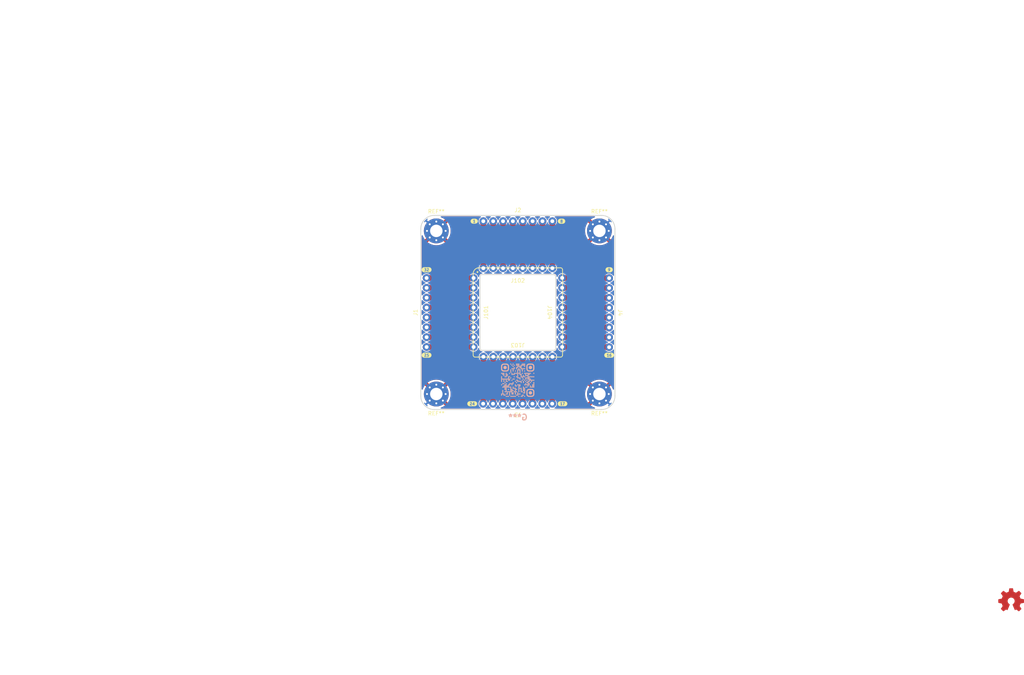
<source format=kicad_pcb>
(kicad_pcb (version 20240108) (generator "pcbnew") (generator_version "8.0")
  (title_block (title "EPS Module BoB v1") (date "2025-02-06") (rev "1") (company "Butter Robotics") (comment 1 "Benny Megidish") (comment 2 "CC BY-SA 4.0") (comment 3 "https://buttertobotics.com"))
  (layers (0 "F.Cu" mixed) (31 "B.Cu" power) (34 "B.Paste" user) (35 "F.Paste" user) (36 "B.SilkS" user "B.Silkscreen") (37 "F.SilkS" user "F.Silkscreen") (38 "B.Mask" user) (39 "F.Mask" user) (44 "Edge.Cuts" user))
  (net 0 "")
  (net 1 "Net-(J1-Pin_8)")
  (net 2 "Net-(J1-Pin_7)")
  (net 3 "Net-(J1-Pin_6)")
  (net 4 "Net-(J1-Pin_4)")
  (net 5 "Net-(J1-Pin_3)")
  (net 6 "Net-(J1-Pin_1)")
  (net 7 "Net-(J1-Pin_5)")
  (net 8 "Net-(J1-Pin_2)")
  (net 9 "Net-(J102-Pin_2)")
  (net 10 "Net-(J102-Pin_3)")
  (net 11 "Net-(J102-Pin_8)")
  (net 12 "Net-(J102-Pin_7)")
  (net 13 "Net-(J102-Pin_6)")
  (net 14 "Net-(J102-Pin_1)")
  (net 15 "Net-(J102-Pin_4)")
  (net 16 "Net-(J102-Pin_5)")
  (net 17 "Net-(J103-Pin_7)")
  (net 18 "Net-(J103-Pin_5)")
  (net 19 "Net-(J103-Pin_4)")
  (net 20 "Net-(J103-Pin_2)")
  (net 21 "Net-(J103-Pin_1)")
  (net 22 "Net-(J103-Pin_8)")
  (net 23 "Net-(J103-Pin_3)")
  (net 24 "Net-(J103-Pin_6)")
  (net 25 "Net-(J104-Pin_7)")
  (net 26 "Net-(J104-Pin_3)")
  (net 27 "Net-(J104-Pin_5)")
  (net 28 "Net-(J104-Pin_8)")
  (net 29 "Net-(J104-Pin_2)")
  (net 30 "Net-(J104-Pin_6)")
  (net 31 "Net-(J104-Pin_4)")
  (net 32 "Net-(J104-Pin_1)")
  (net 33 "GND")
  (footprint "kibuzzard-67A4A979" (layer "F.Cu") (at 161.5 123.5)
    (property "Reference" "kibuzzard-67A4A979" (hide yes))
    (property "Value" "G***" (hide yes))
  )
  (footprint "kibuzzard-67A4A9A0" (layer "F.Cu") (at 126.5 111)
    (property "Reference" "kibuzzard-67A4A9A0" (hide yes))
    (property "Value" "G***" (hide yes))
  )
  (footprint "bac-eps-v1:bac-eps-v1-module-8P-pad-row" (layer "F.Cu") (at 150 88.6)
    (property "Reference" "J102" (at -0.01 3.2 0) (layer "F.SilkS"))
    (property "Value" "Conn_01x08_Socket")
    (pad "1" thru_hole circle (at -8.9 0) (size 2 2) (drill 1) (property pad_prop_castellated) (layers "*.Cu" "*.Mask") (net 14 "Net-(J102-Pin_1)"))
    (pad "2" thru_hole circle (at -6.36 0) (size 2 2) (drill 1) (property pad_prop_castellated) (layers "*.Cu" "*.Mask") (net 9 "Net-(J102-Pin_2)"))
    (pad "3" thru_hole circle (at -3.82 0) (size 2 2) (drill 1) (property pad_prop_castellated) (layers "*.Cu" "*.Mask") (net 10 "Net-(J102-Pin_3)"))
    (pad "4" thru_hole circle (at -1.28 0) (size 2 2) (drill 1) (property pad_prop_castellated) (layers "*.Cu" "*.Mask") (net 15 "Net-(J102-Pin_4)"))
    (pad "5" thru_hole circle (at 1.26 0) (size 2 2) (drill 1) (property pad_prop_castellated) (layers "*.Cu" "*.Mask") (net 16 "Net-(J102-Pin_5)"))
    (pad "6" thru_hole circle (at 3.8 0) (size 2 2) (drill 1) (property pad_prop_castellated) (layers "*.Cu" "*.Mask") (net 13 "Net-(J102-Pin_6)"))
    (pad "7" thru_hole circle (at 6.34 0) (size 2 2) (drill 1) (property pad_prop_castellated) (layers "*.Cu" "*.Mask") (net 12 "Net-(J102-Pin_7)"))
    (pad "8" thru_hole circle (at 8.88 0) (size 2 2) (drill 1) (property pad_prop_castellated) (layers "*.Cu" "*.Mask") (net 11 "Net-(J102-Pin_8)"))
  )
  (footprint "bac-eps-v1:bac-eps-v1-module-8P-pad-row" (layer "F.Cu") (at 173.5 100.06 -90)
    (property "Reference" "J4" (at -0.01 -2.843375 -90) (layer "F.SilkS"))
    (property "Value" "Conn_01x08_Socket")
    (pad "1" thru_hole circle (at -8.9 0 270) (size 2 2) (drill 1) (property pad_prop_castellated) (layers "*.Cu" "*.Mask") (net 32 "Net-(J104-Pin_1)"))
    (pad "2" thru_hole circle (at -6.36 0 270) (size 2 2) (drill 1) (property pad_prop_castellated) (layers "*.Cu" "*.Mask") (net 29 "Net-(J104-Pin_2)"))
    (pad "3" thru_hole circle (at -3.82 0 270) (size 2 2) (drill 1) (property pad_prop_castellated) (layers "*.Cu" "*.Mask") (net 26 "Net-(J104-Pin_3)"))
    (pad "4" thru_hole circle (at -1.28 0 270) (size 2 2) (drill 1) (property pad_prop_castellated) (layers "*.Cu" "*.Mask") (net 31 "Net-(J104-Pin_4)"))
    (pad "5" thru_hole circle (at 1.26 0 270) (size 2 2) (drill 1) (property pad_prop_castellated) (layers "*.Cu" "*.Mask") (net 27 "Net-(J104-Pin_5)"))
    (pad "6" thru_hole circle (at 3.8 0 270) (size 2 2) (drill 1) (property pad_prop_castellated) (layers "*.Cu" "*.Mask") (net 30 "Net-(J104-Pin_6)"))
    (pad "7" thru_hole circle (at 6.34 0 270) (size 2 2) (drill 1) (property pad_prop_castellated) (layers "*.Cu" "*.Mask") (net 25 "Net-(J104-Pin_7)"))
    (pad "8" thru_hole circle (at 8.88 0 270) (size 2 2) (drill 1) (property pad_prop_castellated) (layers "*.Cu" "*.Mask") (net 28 "Net-(J104-Pin_8)"))
  )
  (footprint "Symbol:OSHW-Symbol_6.7x6mm_Copper" (layer "F.Cu") (at 277 174)
    (property "Reference" "REF**" (hide yes))
    (property "Value" "OSHW-Symbol_6.7x6mm_Copper" (hide yes))
    (fp_poly (pts (xy 0.555814 -2.531069) (xy 0.639635 -2.086445) (xy 0.94892 -1.958947) (xy 1.258206 -1.831449) (xy 1.629246 -2.083754) (xy 1.733157 -2.154004) (xy 1.827087 -2.216728) (xy 1.906652 -2.269062) (xy 1.96747 -2.308143) (xy 2.005157 -2.331107) (xy 2.015421 -2.336058) (xy 2.03391 -2.323324) (xy 2.07342 -2.288118) (xy 2.129522 -2.234938) (xy 2.197787 -2.168282) (xy 2.273786 -2.092646) (xy 2.353092 -2.012528) (xy 2.431275 -1.932426) (xy 2.503907 -1.856836) (xy 2.566559 -1.790255) (xy 2.614803 -1.737182) (xy 2.64421 -1.702113) (xy 2.651241 -1.690377) (xy 2.641123 -1.66874) (xy 2.612759 -1.621338) (xy 2.569129 -1.552807) (xy 2.513218 -1.467785) (xy 2.448006 -1.370907) (xy 2.410219 -1.31565) (xy 2.341343 -1.214752) (xy 2.28014 -1.123701) (xy 2.229578 -1.04703) (xy 2.192628 -0.989272) (xy 2.172258 -0.954957) (xy 2.169197 -0.947746) (xy 2.176136 -0.927252) (xy 2.195051 -0.879487) (xy 2.223087 -0.811168) (xy 2.257391 -0.729011) (xy 2.295109 -0.63973) (xy 2.333387 -0.550042) (xy 2.36937 -0.466662) (xy 2.400206 -0.396306) (xy 2.423039 -0.34569) (xy 2.435017 -0.321529) (xy 2.435724 -0.320578) (xy 2.454531 -0.315964) (xy 2.504618 -0.305672) (xy 2.580793 -0.290713) (xy 2.677865 -0.272099) (xy 2.790643 -0.250841) (xy 2.856442 -0.238582) (xy 2.97695 -0.215638) (xy 3.085797 -0.193805) (xy 3.177476 -0.174278) (xy 3.246481 -0.158252) (xy 3.287304 -0.146921) (xy 3.295511 -0.143326) (xy 3.303548 -0.118994) (xy 3.310033 -0.064041) (xy 3.31497 0.015108) (xy 3.318364 0.112026) (xy 3.320218 0.220287) (xy 3.320538 0.333465) (xy 3.319327 0.445135) (xy 3.31659 0.548868) (xy 3.312331 0.638241) (xy 3.306555 0.706826) (xy 3.299267 0.748197) (xy 3.294895 0.75681) (xy 3.268764 0.767133) (xy 3.213393 0.781892) (xy 3.136107 0.799352) (xy 3.04423 0.81778) (xy 3.012158 0.823741) (xy 2.857524 0.852066) (xy 2.735375 0.874876) (xy 2.641673 0.89308) (xy 2.572384 0.907583) (xy 2.523471 0.919292) (xy 2.490897 0.929115) (xy 2.470628 0.937956) (xy 2.458626 0.946724) (xy 2.456947 0.948457) (xy 2.440184 0.976371) (xy 2.414614 1.030695) (xy 2.382788 1.104777) (xy 2.34726 1.191965) (xy 2.310583 1.285608) (xy 2.275311 1.379052) (xy 2.243996 1.465647) (xy 2.219193 1.53874) (xy 2.203454 1.591678) (xy 2.199332 1.617811) (xy 2.199676 1.618726) (xy 2.213641 1.640086) (xy 2.245322 1.687084) (xy 2.291391 1.754827) (xy 2.348518 1.838423) (xy 2.413373 1.932982) (xy 2.431843 1.959854) (xy 2.497699 2.057275) (xy 2.55565 2.146163) (xy 2.602538 2.221412) (xy 2.635207 2.27792) (xy 2.6505 2.310581) (xy 2.651241 2.314593) (xy 2.638392 2.335684) (xy 2.602888 2.377464) (xy 2.549293 2.435445) (xy 2.482171 2.505135) (xy 2.406087 2.582045) (xy 2.325604 2.661683) (xy 2.245287 2.739561) (xy 2.169699 2.811186) (xy 2.103405 2.87207) (xy 2.050969 2.917721) (xy 2.016955 2.94365) (xy 2.007545 2.947883) (xy 1.985643 2.937912) (xy 1.9408 2.91102) (xy 1.880321 2.871736) (xy 1.833789 2.840117) (xy 1.749475 2.782098) (xy 1.649626 2.713784) (xy 1.549473 2.645579) (xy 1.495627 2.609075) (xy 1.313371 2.4858) (xy 1.160381 2.56852) (xy 1.090682 2.604759) (xy 1.031414 2.632926) (xy 0.991311 2.648991) (xy 0.981103 2.651226) (xy 0.968829 2.634722) (xy 0.944613 2.588082) (xy 0.910263 2.515609) (xy 0.867588 2.421606) (xy 0.818394 2.310374) (xy 0.76449 2.186215) (xy 0.707684 2.053432) (xy 0.649782 1.916327) (xy 0.592593 1.779202) (xy 0.537924 1.646358) (xy 0.487584 1.522098) (xy 0.44338 1.410725) (xy 0.407119 1.316539) (xy 0.380609 1.243844) (xy 0.365658 1.196941) (xy 0.363254 1.180833) (xy 0.382311 1.160286) (xy 0.424036 1.126933) (xy 0.479706 1.087702) (xy 0.484378 1.084599) (xy 0.628264 0.969423) (xy 0.744283 0.835053) (xy 0.83143 0.685784) (xy 0.888699 0.525913) (xy 0.915086 0.359737) (xy 0.909585 0.191552) (xy 0.87119 0.025655) (xy 0.798895 -0.133658) (xy 0.777626 -0.168513) (xy 0.666996 -0.309263) (xy 0.536302 -0.422286) (xy 0.390064 -0.506997) (xy 0.232808 -0.562806) (xy 0.069057 -0.589126) (xy -0.096667 -0.58537) (xy -0.259838 -0.55095) (xy -0.415935 -0.485277) (xy -0.560433 -0.387765) (xy -0.605131 -0.348187) (xy -0.718888 -0.224297) (xy -0.801782 -0.093876) (xy -0.858644 0.052315) (xy -0.890313 0.197088) (xy -0.898131 0.35986) (xy -0.872062 0.52344) (xy -0.814755 0.682298) (xy -0.728856 0.830906) (xy -0.617014 0.963735) (xy -0.481877 1.075256) (xy -0.464117 1.087011) (xy -0.40785 1.125508) (xy -0.365077 1.158863) (xy -0.344628 1.18016) (xy -0.344331 1.180833) (xy -0.348721 1.203871) (xy -0.366124 1.256157) (xy -0.394732 1.33339) (xy -0.432735 1.431268) (xy -0.478326 1.545491) (xy -0.529697 1.671758) (xy -0.585038 1.805767) (xy -0.642542 1.943218) (xy -0.700399 2.079808) (xy -0.756802 2.211237) (xy -0.809942 2.333205) (xy -0.85801 2.441409) (xy -0.899199 2.531549) (xy -0.931699 2.599323) (xy -0.953703 2.64043) (xy -0.962564 2.651226) (xy -0.98964 2.642819) (xy -1.040303 2.620272) (xy -1.105817 2.587613) (xy -1.141841 2.56852) (xy -1.294832 2.4858) (xy -1.477088 2.609075) (xy -1.570125 2.672228) (xy -1.671985 2.741727) (xy -1.767438 2.807165) (xy -1.81525 2.840117) (xy -1.882495 2.885273) (xy -1.939436 2.921057) (xy -1.978646 2.942938) (xy -1.991381 2.947563) (xy -2.009917 2.935085) (xy -2.050941 2.900252) (xy -2.110475 2.846678) (xy -2.184542 2.777983) (xy -2.269165 2.697781) (xy -2.322685 2.646286) (xy -2.416319 2.554286) (xy -2.497241 2.471999) (xy -2.562177 2.402945) (xy -2.607858 2.350644) (xy -2.631011 2.318616) (xy -2.633232 2.312116) (xy -2.622924 2.287394) (xy -2.594439 2.237405) (xy -2.550937 2.167212) (xy -2.495577 2.081875) (xy -2.43152 1.986456) (xy -2.413303 1.959854) (xy -2.346927 1.863167) (xy -2.287378 1.776117) (xy -2.237984 1.703595) (xy -2.202075 1.650493) (xy -2.182981 1.621703) (xy -2.181136 1.618726) (xy -2.183895 1.595782) (xy -2.198538 1.545336) (xy -2.222513 1.474041) (xy -2.253266 1.388547) (xy -2.288244 1.295507) (xy -2.324893 1.201574) (xy -2.360661 1.113399) (xy -2.392994 1.037634) (xy -2.419338 0.980931) (xy -2.437142 0.949943) (xy -2.438407 0.948457) (xy -2.449294 0.939601) (xy -2.467682 0.930843) (xy -2.497606 0.921277) (xy -2.543103 0.909996) (xy -2.608209 0.896093) (xy -2.696961 0.878663) (xy -2.813393 0.856798) (xy -2.961542 0.829591) (xy -2.993618 0.823741) (xy -3.088686 0.805374) (xy -3.171565 0.787405) (xy -3.23493 0.771569) (xy -3.271458 0.7596) (xy -3.276356 0.75681) (xy -3.284427 0.732072) (xy -3.290987 0.67679) (xy -3.296033 0.597389) (xy -3.299559 0.500296) (xy -3.301561 0.391938) (xy -3.302036 0.27874) (xy -3.300977 0.167128) (xy -3.298382 0.063529) (xy -3.294246 -0.025632) (xy -3.288563 -0.093928) (xy -3.281331 -0.134934) (xy -3.276971 -0.143326) (xy -3.252698 -0.151792) (xy -3.197426 -0.165565) (xy -3.116662 -0.18345) (xy -3.015912 -0.204252) (xy -2.900683 -0.226777) (xy -2.837902 -0.238582) (xy -2.718787 -0.260849) (xy -2.612565 -0.281021) (xy -2.524427 -0.298085) (xy -2.459566 -0.311031) (xy -2.423174 -0.318845) (xy -2.417184 -0.320578) (xy -2.407061 -0.34011) (xy -2.385662 -0.387157) (xy -2.355839 -0.454997) (xy -2.320445 -0.536909) (xy -2.282332 -0.626172) (xy -2.244353 -0.716065) (xy -2.20936 -0.799865) (xy -2.180206 -0.870853) (xy -2.159743 -0.922306) (xy -2.150823 -0.947503) (xy -2.150657 -0.948604) (xy -2.160769 -0.968481) (xy -2.189117 -1.014223) (xy -2.232723 -1.081283) (xy -2.288606 -1.165116) (xy -2.353787 -1.261174) (xy -2.391679 -1.31635) (xy -2.460725 -1.417519) (xy -2.52205 -1.50937) (xy -2.572663 -1.587256) (xy -2.609571 -1.646531) (xy -2.629782 -1.682549) (xy -2.632701 -1.690623) (xy -2.620153 -1.709416) (xy -2.585463 -1.749543) (xy -2.533063 -1.806507) (xy -2.467384 -1.875815) (xy -2.392856 -1.952969) (xy -2.313913 -2.033475) (xy -2.234983 -2.112837) (xy -2.1605 -2.18656) (xy -2.094894 -2.250148) (xy -2.042596 -2.299106) (xy -2.008039 -2.328939) (xy -1.996478 -2.336058) (xy -1.977654 -2.326047) (xy -1.932631 -2.297922) (xy -1.865787 -2.254546) (xy -1.781499 -2.198782) (xy -1.684144 -2.133494) (xy -1.610707 -2.083754) (xy -1.239667 -1.831449) (xy -0.621095 -2.086445) (xy -0.537275 -2.531069) (xy -0.453454 -2.975693) (xy 0.471994 -2.975693) (xy 0.555814 -2.531069)) (stroke (width 0.01)) (fill solid) (layer "F.Cu"))
  )
  (footprint "MountingHole:MountingHole_3.2mm_M3_Pad_Via" (layer "F.Cu") (at 171 79)
    (property "Reference" "REF**" (at 0 -5 0) (layer "F.SilkS"))
    (property "Value" "MountingHole_3.2mm_M3_Pad_Via")
    (pad "1" thru_hole circle (at -2.4 0) (size 0.8 0.8) (drill 0.5) (layers "*.Cu" "*.Mask"))
    (pad "1" thru_hole circle (at -1.697056 -1.697056) (size 0.8 0.8) (drill 0.5) (layers "*.Cu" "*.Mask"))
    (pad "1" thru_hole circle (at -1.697056 1.697056) (size 0.8 0.8) (drill 0.5) (layers "*.Cu" "*.Mask"))
    (pad "1" thru_hole circle (at 0 -2.4) (size 0.8 0.8) (drill 0.5) (layers "*.Cu" "*.Mask"))
    (pad "1" thru_hole circle (at 0 0) (size 6.4 6.4) (drill 3.2) (layers "*.Cu" "*.Mask") (net 33 "GND"))
    (pad "1" thru_hole circle (at 0 2.4) (size 0.8 0.8) (drill 0.5) (layers "*.Cu" "*.Mask") (net 33 "GND"))
    (pad "1" thru_hole circle (at 1.697056 -1.697056) (size 0.8 0.8) (drill 0.5) (layers "*.Cu" "*.Mask") (net 33 "GND"))
    (pad "1" thru_hole circle (at 1.697056 1.697056) (size 0.8 0.8) (drill 0.5) (layers "*.Cu" "*.Mask") (net 33 "GND"))
    (pad "1" thru_hole circle (at 2.4 0) (size 0.8 0.8) (drill 0.5) (layers "*.Cu" "*.Mask") (net 33 "GND"))
  )
  (footprint "bac-eps-v1:bac-eps-v1-module-8P-pad-row" (layer "F.Cu") (at 149.94 123.5 180)
    (property "Reference" "J3" (at -0.01 -2.843375 180) (layer "F.SilkS"))
    (property "Value" "Conn_01x08_Socket")
    (pad "1" thru_hole circle (at -8.9 0 180) (size 2 2) (drill 1) (property pad_prop_castellated) (layers "*.Cu" "*.Mask") (net 21 "Net-(J103-Pin_1)"))
    (pad "2" thru_hole circle (at -6.36 0 180) (size 2 2) (drill 1) (property pad_prop_castellated) (layers "*.Cu" "*.Mask") (net 20 "Net-(J103-Pin_2)"))
    (pad "3" thru_hole circle (at -3.82 0 180) (size 2 2) (drill 1) (property pad_prop_castellated) (layers "*.Cu" "*.Mask") (net 23 "Net-(J103-Pin_3)"))
    (pad "4" thru_hole circle (at -1.28 0 180) (size 2 2) (drill 1) (property pad_prop_castellated) (layers "*.Cu" "*.Mask") (net 19 "Net-(J103-Pin_4)"))
    (pad "5" thru_hole circle (at 1.26 0 180) (size 2 2) (drill 1) (property pad_prop_castellated) (layers "*.Cu" "*.Mask") (net 18 "Net-(J103-Pin_5)"))
    (pad "6" thru_hole circle (at 3.8 0 180) (size 2 2) (drill 1) (property pad_prop_castellated) (layers "*.Cu" "*.Mask") (net 24 "Net-(J103-Pin_6)"))
    (pad "7" thru_hole circle (at 6.34 0 180) (size 2 2) (drill 1) (property pad_prop_castellated) (layers "*.Cu" "*.Mask") (net 17 "Net-(J103-Pin_7)"))
    (pad "8" thru_hole circle (at 8.88 0 180) (size 2 2) (drill 1) (property pad_prop_castellated) (layers "*.Cu" "*.Mask") (net 22 "Net-(J103-Pin_8)"))
  )
  (footprint "kibuzzard-67A4A95C" (layer "F.Cu") (at 173.5 89)
    (property "Reference" "kibuzzard-67A4A95C" (hide yes))
    (property "Value" "G***" (hide yes))
  )
  (footprint "MountingHole:MountingHole_3.2mm_M3_Pad_Via" (layer "F.Cu") (at 171 121)
    (property "Reference" "REF**" (at 0 5 0) (layer "F.SilkS"))
    (property "Value" "MountingHole_3.2mm_M3_Pad_Via")
    (pad "1" thru_hole circle (at -2.4 0) (size 0.8 0.8) (drill 0.5) (layers "*.Cu" "*.Mask"))
    (pad "1" thru_hole circle (at -1.697056 -1.697056) (size 0.8 0.8) (drill 0.5) (layers "*.Cu" "*.Mask"))
    (pad "1" thru_hole circle (at -1.697056 1.697056) (size 0.8 0.8) (drill 0.5) (layers "*.Cu" "*.Mask"))
    (pad "1" thru_hole circle (at 0 -2.4) (size 0.8 0.8) (drill 0.5) (layers "*.Cu" "*.Mask"))
    (pad "1" thru_hole circle (at 0 0) (size 6.4 6.4) (drill 3.2) (layers "*.Cu" "*.Mask") (net 33 "GND"))
    (pad "1" thru_hole circle (at 0 2.4) (size 0.8 0.8) (drill 0.5) (layers "*.Cu" "*.Mask") (net 33 "GND"))
    (pad "1" thru_hole circle (at 1.697056 -1.697056) (size 0.8 0.8) (drill 0.5) (layers "*.Cu" "*.Mask") (net 33 "GND"))
    (pad "1" thru_hole circle (at 1.697056 1.697056) (size 0.8 0.8) (drill 0.5) (layers "*.Cu" "*.Mask") (net 33 "GND"))
    (pad "1" thru_hole circle (at 2.4 0) (size 0.8 0.8) (drill 0.5) (layers "*.Cu" "*.Mask") (net 33 "GND"))
  )
  (footprint "bac-eps-v1:bac-eps-v1-module-8P-pad-row" (layer "F.Cu") (at 150 76.5)
    (property "Reference" "J2" (at -0.01 -2.843375 0) (layer "F.SilkS"))
    (property "Value" "Conn_01x08_Socket")
    (pad "1" thru_hole circle (at -8.9 0) (size 2 2) (drill 1) (property pad_prop_castellated) (layers "*.Cu" "*.Mask") (net 14 "Net-(J102-Pin_1)"))
    (pad "2" thru_hole circle (at -6.36 0) (size 2 2) (drill 1) (property pad_prop_castellated) (layers "*.Cu" "*.Mask") (net 9 "Net-(J102-Pin_2)"))
    (pad "3" thru_hole circle (at -3.82 0) (size 2 2) (drill 1) (property pad_prop_castellated) (layers "*.Cu" "*.Mask") (net 10 "Net-(J102-Pin_3)"))
    (pad "4" thru_hole circle (at -1.28 0) (size 2 2) (drill 1) (property pad_prop_castellated) (layers "*.Cu" "*.Mask") (net 15 "Net-(J102-Pin_4)"))
    (pad "5" thru_hole circle (at 1.26 0) (size 2 2) (drill 1) (property pad_prop_castellated) (layers "*.Cu" "*.Mask") (net 16 "Net-(J102-Pin_5)"))
    (pad "6" thru_hole circle (at 3.8 0) (size 2 2) (drill 1) (property pad_prop_castellated) (layers "*.Cu" "*.Mask") (net 13 "Net-(J102-Pin_6)"))
    (pad "7" thru_hole circle (at 6.34 0) (size 2 2) (drill 1) (property pad_prop_castellated) (layers "*.Cu" "*.Mask") (net 12 "Net-(J102-Pin_7)"))
    (pad "8" thru_hole circle (at 8.88 0) (size 2 2) (drill 1) (property pad_prop_castellated) (layers "*.Cu" "*.Mask") (net 11 "Net-(J102-Pin_8)"))
  )
  (footprint "kibuzzard-67A4A987" (layer "F.Cu") (at 138.25 123.5)
    (property "Reference" "kibuzzard-67A4A987" (hide yes))
    (property "Value" "G***" (hide yes))
  )
  (footprint "MountingHole:MountingHole_3.2mm_M3_Pad_Via" (layer "F.Cu") (at 129 79)
    (property "Reference" "REF**" (at 0 -5 0) (layer "F.SilkS"))
    (property "Value" "MountingHole_3.2mm_M3_Pad_Via")
    (pad "1" thru_hole circle (at -2.4 0) (size 0.8 0.8) (drill 0.5) (layers "*.Cu" "*.Mask"))
    (pad "1" thru_hole circle (at -1.697056 -1.697056) (size 0.8 0.8) (drill 0.5) (layers "*.Cu" "*.Mask"))
    (pad "1" thru_hole circle (at -1.697056 1.697056) (size 0.8 0.8) (drill 0.5) (layers "*.Cu" "*.Mask"))
    (pad "1" thru_hole circle (at 0 -2.4) (size 0.8 0.8) (drill 0.5) (layers "*.Cu" "*.Mask"))
    (pad "1" thru_hole circle (at 0 0) (size 6.4 6.4) (drill 3.2) (layers "*.Cu" "*.Mask") (net 33 "GND"))
    (pad "1" thru_hole circle (at 0 2.4) (size 0.8 0.8) (drill 0.5) (layers "*.Cu" "*.Mask") (net 33 "GND"))
    (pad "1" thru_hole circle (at 1.697056 -1.697056) (size 0.8 0.8) (drill 0.5) (layers "*.Cu" "*.Mask") (net 33 "GND"))
    (pad "1" thru_hole circle (at 1.697056 1.697056) (size 0.8 0.8) (drill 0.5) (layers "*.Cu" "*.Mask") (net 33 "GND"))
    (pad "1" thru_hole circle (at 2.4 0) (size 0.8 0.8) (drill 0.5) (layers "*.Cu" "*.Mask") (net 33 "GND"))
  )
  (footprint "bac-eps-v1:bac-eps-v1-module-8P-pad-row" (layer "F.Cu") (at 138.6 100 90)
    (property "Reference" "J101" (at 0 3.2 90) (layer "F.SilkS"))
    (property "Value" "Conn_01x08_Socket")
    (pad "1" thru_hole circle (at -8.9 0 90) (size 2 2) (drill 1) (property pad_prop_castellated) (layers "*.Cu" "*.Mask") (net 6 "Net-(J1-Pin_1)"))
    (pad "2" thru_hole circle (at -6.36 0 90) (size 2 2) (drill 1) (property pad_prop_castellated) (layers "*.Cu" "*.Mask") (net 8 "Net-(J1-Pin_2)"))
    (pad "3" thru_hole circle (at -3.82 0 90) (size 2 2) (drill 1) (property pad_prop_castellated) (layers "*.Cu" "*.Mask") (net 5 "Net-(J1-Pin_3)"))
    (pad "4" thru_hole circle (at -1.28 0 90) (size 2 2) (drill 1) (property pad_prop_castellated) (layers "*.Cu" "*.Mask") (net 4 "Net-(J1-Pin_4)"))
    (pad "5" thru_hole circle (at 1.26 0 90) (size 2 2) (drill 1) (property pad_prop_castellated) (layers "*.Cu" "*.Mask") (net 7 "Net-(J1-Pin_5)"))
    (pad "6" thru_hole circle (at 3.8 0 90) (size 2 2) (drill 1) (property pad_prop_castellated) (layers "*.Cu" "*.Mask") (net 3 "Net-(J1-Pin_6)"))
    (pad "7" thru_hole circle (at 6.34 0 90) (size 2 2) (drill 1) (property pad_prop_castellated) (layers "*.Cu" "*.Mask") (net 2 "Net-(J1-Pin_7)"))
    (pad "8" thru_hole circle (at 8.88 0 90) (size 2 2) (drill 1) (property pad_prop_castellated) (layers "*.Cu" "*.Mask") (net 1 "Net-(J1-Pin_8)"))
  )
  (footprint "MountingHole:MountingHole_3.2mm_M3_Pad_Via" (layer "F.Cu") (at 129 121)
    (property "Reference" "REF**" (at 0 5 0) (layer "F.SilkS"))
    (property "Value" "MountingHole_3.2mm_M3_Pad_Via")
    (pad "1" thru_hole circle (at -2.4 0) (size 0.8 0.8) (drill 0.5) (layers "*.Cu" "*.Mask"))
    (pad "1" thru_hole circle (at -1.697056 -1.697056) (size 0.8 0.8) (drill 0.5) (layers "*.Cu" "*.Mask"))
    (pad "1" thru_hole circle (at -1.697056 1.697056) (size 0.8 0.8) (drill 0.5) (layers "*.Cu" "*.Mask"))
    (pad "1" thru_hole circle (at 0 -2.4) (size 0.8 0.8) (drill 0.5) (layers "*.Cu" "*.Mask"))
    (pad "1" thru_hole circle (at 0 0) (size 6.4 6.4) (drill 3.2) (layers "*.Cu" "*.Mask") (net 33 "GND"))
    (pad "1" thru_hole circle (at 0 2.4) (size 0.8 0.8) (drill 0.5) (layers "*.Cu" "*.Mask") (net 33 "GND"))
    (pad "1" thru_hole circle (at 1.697056 -1.697056) (size 0.8 0.8) (drill 0.5) (layers "*.Cu" "*.Mask") (net 33 "GND"))
    (pad "1" thru_hole circle (at 1.697056 1.697056) (size 0.8 0.8) (drill 0.5) (layers "*.Cu" "*.Mask") (net 33 "GND"))
    (pad "1" thru_hole circle (at 2.4 0) (size 0.8 0.8) (drill 0.5) (layers "*.Cu" "*.Mask") (net 33 "GND"))
  )
  (footprint "bac-eps-v1:bac-eps-v1-module-8P-pad-row" (layer "F.Cu") (at 150 111.4 180)
    (property "Reference" "J103" (at 0 3 180) (layer "F.SilkS"))
    (property "Value" "Conn_01x08_Socket")
    (pad "1" thru_hole circle (at -8.9 0 180) (size 2 2) (drill 1) (property pad_prop_castellated) (layers "*.Cu" "*.Mask") (net 21 "Net-(J103-Pin_1)"))
    (pad "2" thru_hole circle (at -6.36 0 180) (size 2 2) (drill 1) (property pad_prop_castellated) (layers "*.Cu" "*.Mask") (net 20 "Net-(J103-Pin_2)"))
    (pad "3" thru_hole circle (at -3.82 0 180) (size 2 2) (drill 1) (property pad_prop_castellated) (layers "*.Cu" "*.Mask") (net 23 "Net-(J103-Pin_3)"))
    (pad "4" thru_hole circle (at -1.28 0 180) (size 2 2) (drill 1) (property pad_prop_castellated) (layers "*.Cu" "*.Mask") (net 19 "Net-(J103-Pin_4)"))
    (pad "5" thru_hole circle (at 1.26 0 180) (size 2 2) (drill 1) (property pad_prop_castellated) (layers "*.Cu" "*.Mask") (net 18 "Net-(J103-Pin_5)"))
    (pad "6" thru_hole circle (at 3.8 0 180) (size 2 2) (drill 1) (property pad_prop_castellated) (layers "*.Cu" "*.Mask") (net 24 "Net-(J103-Pin_6)"))
    (pad "7" thru_hole circle (at 6.34 0 180) (size 2 2) (drill 1) (property pad_prop_castellated) (layers "*.Cu" "*.Mask") (net 17 "Net-(J103-Pin_7)"))
    (pad "8" thru_hole circle (at 8.88 0 180) (size 2 2) (drill 1) (property pad_prop_castellated) (layers "*.Cu" "*.Mask") (net 22 "Net-(J103-Pin_8)"))
  )
  (footprint "kibuzzard-67A4A9AB" (layer "F.Cu") (at 126.5 89)
    (property "Reference" "kibuzzard-67A4A9AB" (hide yes))
    (property "Value" "G***" (hide yes))
  )
  (footprint "kibuzzard-67A4A945" (layer "F.Cu") (at 161.25 76.5)
    (property "Reference" "kibuzzard-67A4A945" (hide yes))
    (property "Value" "G***" (hide yes))
  )
  (footprint "kibuzzard-67A4A96C" (layer "F.Cu") (at 173.5 111)
    (property "Reference" "kibuzzard-67A4A96C" (hide yes))
    (property "Value" "G***" (hide yes))
  )
  (footprint "bac-eps-v1:bac-eps-v1-module-8P-pad-row" (layer "F.Cu") (at 126.5 100 90)
    (property "Reference" "J1" (at -0.01 -2.843375 90) (layer "F.SilkS"))
    (property "Value" "Conn_01x08_Socket")
    (pad "1" thru_hole circle (at -8.9 0 90) (size 2 2) (drill 1) (property pad_prop_castellated) (layers "*.Cu" "*.Mask") (net 6 "Net-(J1-Pin_1)"))
    (pad "2" thru_hole circle (at -6.36 0 90) (size 2 2) (drill 1) (property pad_prop_castellated) (layers "*.Cu" "*.Mask") (net 8 "Net-(J1-Pin_2)"))
    (pad "3" thru_hole circle (at -3.82 0 90) (size 2 2) (drill 1) (property pad_prop_castellated) (layers "*.Cu" "*.Mask") (net 5 "Net-(J1-Pin_3)"))
    (pad "4" thru_hole circle (at -1.28 0 90) (size 2 2) (drill 1) (property pad_prop_castellated) (layers "*.Cu" "*.Mask") (net 4 "Net-(J1-Pin_4)"))
    (pad "5" thru_hole circle (at 1.26 0 90) (size 2 2) (drill 1) (property pad_prop_castellated) (layers "*.Cu" "*.Mask") (net 7 "Net-(J1-Pin_5)"))
    (pad "6" thru_hole circle (at 3.8 0 90) (size 2 2) (drill 1) (property pad_prop_castellated) (layers "*.Cu" "*.Mask") (net 3 "Net-(J1-Pin_6)"))
    (pad "7" thru_hole circle (at 6.34 0 90) (size 2 2) (drill 1) (property pad_prop_castellated) (layers "*.Cu" "*.Mask") (net 2 "Net-(J1-Pin_7)"))
    (pad "8" thru_hole circle (at 8.88 0 90) (size 2 2) (drill 1) (property pad_prop_castellated) (layers "*.Cu" "*.Mask") (net 1 "Net-(J1-Pin_8)"))
  )
  (footprint "bac-eps-v1:bac-eps-v1-module-8P-pad-row" (layer "F.Cu") (at 161.4 100 -90)
    (property "Reference" "J104" (at -0.01 3.2 -90) (layer "F.SilkS"))
    (property "Value" "Conn_01x08_Socket")
    (pad "1" thru_hole circle (at -8.9 0 270) (size 2 2) (drill 1) (property pad_prop_castellated) (layers "*.Cu" "*.Mask") (net 32 "Net-(J104-Pin_1)"))
    (pad "2" thru_hole circle (at -6.36 0 270) (size 2 2) (drill 1) (property pad_prop_castellated) (layers "*.Cu" "*.Mask") (net 29 "Net-(J104-Pin_2)"))
    (pad "3" thru_hole circle (at -3.82 0 270) (size 2 2) (drill 1) (property pad_prop_castellated) (layers "*.Cu" "*.Mask") (net 26 "Net-(J104-Pin_3)"))
    (pad "4" thru_hole circle (at -1.28 0 270) (size 2 2) (drill 1) (property pad_prop_castellated) (layers "*.Cu" "*.Mask") (net 31 "Net-(J104-Pin_4)"))
    (pad "5" thru_hole circle (at 1.26 0 270) (size 2 2) (drill 1) (property pad_prop_castellated) (layers "*.Cu" "*.Mask") (net 27 "Net-(J104-Pin_5)"))
    (pad "6" thru_hole circle (at 3.8 0 270) (size 2 2) (drill 1) (property pad_prop_castellated) (layers "*.Cu" "*.Mask") (net 30 "Net-(J104-Pin_6)"))
    (pad "7" thru_hole circle (at 6.34 0 270) (size 2 2) (drill 1) (property pad_prop_castellated) (layers "*.Cu" "*.Mask") (net 25 "Net-(J104-Pin_7)"))
    (pad "8" thru_hole circle (at 8.88 0 270) (size 2 2) (drill 1) (property pad_prop_castellated) (layers "*.Cu" "*.Mask") (net 28 "Net-(J104-Pin_8)"))
  )
  (footprint "kibuzzard-67A4A932" (layer "F.Cu") (at 138.75 76.5)
    (property "Reference" "kibuzzard-67A4A932" (hide yes))
    (property "Value" "G***" (hide yes))
  )
  (footprint "Lables:Butter QR" (layer "B.Cu") (at 150 117.4 180)
    (property "Reference" "G***" (at 0 -9.6 0) (layer "B.SilkS") (effects (font (size 1.5 1.5) (thickness 0.3)) (justify mirror)))
    (property "Value" "LOGO" (hide yes))
  )
  (gr_line (start 161 111.5) (end 139 111.5) (stroke (width 0.2)) (layer "F.SilkS"))
  (gr_arc (start 161 88.5) (mid 161.353553 88.646447) (end 161.5 89) (stroke (width 0.2)) (layer "F.SilkS"))
  (gr_arc (start 139 111.5) (mid 138.646447 111.353553) (end 138.5 111) (stroke (width 0.2)) (layer "F.SilkS"))
  (gr_arc (start 161.5 111) (mid 161.353553 111.353553) (end 161 111.5) (stroke (width 0.2)) (layer "F.SilkS"))
  (gr_arc (start 138.5 90) (mid 138.93934 88.93934) (end 140 88.5) (stroke (width 0.2)) (layer "F.SilkS"))
  (gr_line (start 140 88.5) (end 161 88.5) (stroke (width 0.2)) (layer "F.SilkS"))
  (gr_circle (center 139.6 89.6) (end 139.727475 89.6) (stroke (width 0.2)) (fill solid) (layer "F.SilkS"))
  (gr_line (start 161.5 89) (end 161.5 111) (stroke (width 0.2)) (layer "F.SilkS"))
  (gr_line (start 138.5 111) (end 138.5 90) (stroke (width 0.2)) (layer "F.SilkS"))
  (gr_arc (start 159.746447 109.246447) (mid 159.6 109.6) (end 159.246447 109.746447) (stroke (width 0.2)) (layer "Edge.Cuts"))
  (gr_line (start 159.246447 109.746447) (end 140.753553 109.746447) (stroke (width 0.2)) (layer "Edge.Cuts"))
  (gr_line (start 128.5 75) (end 171.5 75) (stroke (width 0.2)) (layer "Edge.Cuts"))
  (gr_arc (start 140.753553 109.746447) (mid 140.4 109.6) (end 140.253553 109.246447) (stroke (width 0.2)) (layer "Edge.Cuts"))
  (gr_arc (start 125 78.5) (mid 126.025126 76.025126) (end 128.5 75) (stroke (width 0.2)) (layer "Edge.Cuts"))
  (gr_line (start 175 78.5) (end 175 121.5) (stroke (width 0.2)) (layer "Edge.Cuts"))
  (gr_arc (start 128.5 125) (mid 126.025126 123.974874) (end 125 121.5) (stroke (width 0.2)) (layer "Edge.Cuts"))
  (gr_arc (start 171.5 75) (mid 173.974874 76.025126) (end 175 78.5) (stroke (width 0.2)) (layer "Edge.Cuts"))
  (gr_arc (start 175 121.5) (mid 173.974874 123.974874) (end 171.5 125) (stroke (width 0.2)) (layer "Edge.Cuts"))
  (gr_line (start 140.253553 109.246447) (end 140.253553 90.753553) (stroke (width 0.2)) (layer "Edge.Cuts"))
  (gr_arc (start 140.253553 90.753553) (mid 140.4 90.4) (end 140.753553 90.253553) (stroke (width 0.2)) (layer "Edge.Cuts"))
  (gr_line (start 159.746447 90.753553) (end 159.746447 109.246447) (stroke (width 0.2)) (layer "Edge.Cuts"))
  (gr_line (start 140.753553 90.253553) (end 159.246447 90.253553) (stroke (width 0.2)) (layer "Edge.Cuts"))
  (gr_arc (start 159.246447 90.253553) (mid 159.6 90.4) (end 159.746447 90.753553) (stroke (width 0.2)) (layer "Edge.Cuts"))
  (gr_line (start 125 121.5) (end 125 78.5) (stroke (width 0.2)) (layer "Edge.Cuts"))
  (gr_line (start 171.5 125) (end 128.5 125) (stroke (width 0.2)) (layer "Edge.Cuts"))
  (segment (start 138.6 91.12) (end 126.5 91.12) (width 0.5) (layer "F.Cu") (net 1))
  (segment (start 126.5 93.66) (end 138.6 93.66) (width 0.5) (layer "F.Cu") (net 2))
  (segment (start 126.5 96.2) (end 138.6 96.2) (width 0.5) (layer "F.Cu") (net 3))
  (segment (start 126.5 101.28) (end 138.6 101.28) (width 0.5) (layer "F.Cu") (net 4))
  (segment (start 138.6 103.82) (end 126.5 103.82) (width 0.5) (layer "F.Cu") (net 5))
  (segment (start 138.6 108.9) (end 126.5 108.9) (width 0.5) (layer "F.Cu") (net 6))
  (segment (start 138.6 98.74) (end 126.5 98.74) (width 0.5) (layer "F.Cu") (net 7))
  (segment (start 126.5 106.36) (end 138.6 106.36) (width 0.5) (layer "F.Cu") (net 8))
  (segment (start 143.64 88.6) (end 143.64 76.5) (width 0.5) (layer "F.Cu") (net 9))
  (segment (start 146.18 76.5) (end 146.18 88.6) (width 0.5) (layer "F.Cu") (net 10))
  (segment (start 158.88 88.6) (end 158.88 76.5) (width 0.5) (layer "F.Cu") (net 11))
  (segment (start 156.34 76.5) (end 156.34 88.6) (width 0.5) (layer "F.Cu") (net 12))
  (segment (start 153.8 88.6) (end 153.8 76.5) (width 0.5) (layer "F.Cu") (net 13))
  (segment (start 141.1 88.6) (end 141.1 76.5) (width 0.5) (layer "F.Cu") (net 14))
  (segment (start 148.72 88.6) (end 148.72 76.5) (width 0.5) (layer "F.Cu") (net 15))
  (segment (start 151.26 76.5) (end 151.26 88.6) (width 0.5) (layer "F.Cu") (net 16))
  (segment (start 143.6 111.46) (end 143.66 111.4) (width 0.5) (layer "F.Cu") (net 17))
  (segment (start 143.6 123.5) (end 143.6 111.46) (width 0.5) (layer "F.Cu") (net 17))
  (segment (start 148.68 123.5) (end 148.68 111.46) (width 0.5) (layer "F.Cu") (net 18))
  (segment (start 148.68 111.46) (end 148.74 111.4) (width 0.5) (layer "F.Cu") (net 18))
  (segment (start 151.28 111.4) (end 151.28 123.44) (width 0.5) (layer "F.Cu") (net 19))
  (segment (start 151.28 123.44) (end 151.22 123.5) (width 0.5) (layer "F.Cu") (net 19))
  (segment (start 156.36 123.44) (end 156.3 123.5) (width 0.5) (layer "F.Cu") (net 20))
  (segment (start 156.36 111.4) (end 156.36 123.44) (width 0.5) (layer "F.Cu") (net 20))
  (segment (start 158.84 123.5) (end 158.84 111.46) (width 0.5) (layer "F.Cu") (net 21))
  (segment (start 158.84 111.46) (end 158.9 111.4) (width 0.5) (layer "F.Cu") (net 21))
  (segment (start 141.12 111.4) (end 141.12 123.44) (width 0.5) (layer "F.Cu") (net 22))
  (segment (start 141.12 123.44) (end 141.06 123.5) (width 0.5) (layer "F.Cu") (net 22))
  (segment (start 153.76 123.5) (end 153.76 111.46) (width 0.5) (layer "F.Cu") (net 23))
  (segment (start 153.76 111.46) (end 153.82 111.4) (width 0.5) (layer "F.Cu") (net 23))
  (segment (start 146.2 123.44) (end 146.14 123.5) (width 0.5) (layer "F.Cu") (net 24))
  (segment (start 146.2 111.4) (end 146.2 123.44) (width 0.5) (layer "F.Cu") (net 24))
  (segment (start 161.46 106.4) (end 161.4 106.34) (width 0.5) (layer "F.Cu") (net 25))
  (segment (start 173.5 106.4) (end 161.46 106.4) (width 0.5) (layer "F.Cu") (net 25))
  (segment (start 173.5 96.24) (end 161.46 96.24) (width 0.5) (layer "F.Cu") (net 26))
  (segment (start 161.46 96.24) (end 161.4 96.18) (width 0.5) (layer "F.Cu") (net 26))
  (segment (start 173.5 101.32) (end 161.46 101.32) (width 0.5) (layer "F.Cu") (net 27))
  (segment (start 161.46 101.32) (end 161.4 101.26) (width 0.5) (layer "F.Cu") (net 27))
  (segment (start 161.4 108.88) (end 173.44 108.88) (width 0.5) (layer "F.Cu") (net 28))
  (segment (start 173.44 108.88) (end 173.5 108.94) (width 0.5) (layer "F.Cu") (net 28))
  (segment (start 161.4 93.64) (end 173.44 93.64) (width 0.5) (layer "F.Cu") (net 29))
  (segment (start 173.44 93.64) (end 173.5 93.7) (width 0.5) (layer "F.Cu") (net 29))
  (segment (start 173.44 103.8) (end 173.5 103.86) (width 0.5) (layer "F.Cu") (net 30))
  (segment (start 161.4 103.8) (end 173.44 103.8) (width 0.5) (layer "F.Cu") (net 30))
  (segment (start 161.4 98.72) (end 173.44 98.72) (width 0.5) (layer "F.Cu") (net 31))
  (segment (start 173.44 98.72) (end 173.5 98.78) (width 0.5) (layer "F.Cu") (net 31))
  (segment (start 173.5 91.16) (end 161.46 91.16) (width 0.5) (layer "F.Cu") (net 32))
  (segment (start 161.46 91.16) (end 161.4 91.1) (width 0.5) (layer "F.Cu") (net 32))
  (zone (net 33) (net_name "GND") (layer "F.Cu") (connect_pads (clearance 0.3)) (min_thickness 0.3) (fill yes (mode hatch) (thermal_gap 0.5) (thermal_bridge_width 1) (island_removal_mode 1) (island_area_min 10) (hatch_thickness 1.4) (hatch_gap 1.2) (hatch_orientation 0) (hatch_border_algorithm hatch_thickness) (hatch_min_hole_area 0.3))
    (polygon (pts (xy 125 75) (xy 175 75) (xy 175 125) (xy 125 125)))
  )
  (zone (net 33) (net_name "GND") (layer "B.Cu") (connect_pads (clearance 0.2)) (min_thickness 0.25) (fill yes (thermal_gap 0.5) (thermal_bridge_width 0.5) (island_removal_mode 1) (island_area_min 10))
    (polygon (pts (xy 125 75) (xy 175 75) (xy 175 125) (xy 125 125)))
  )
)
</source>
